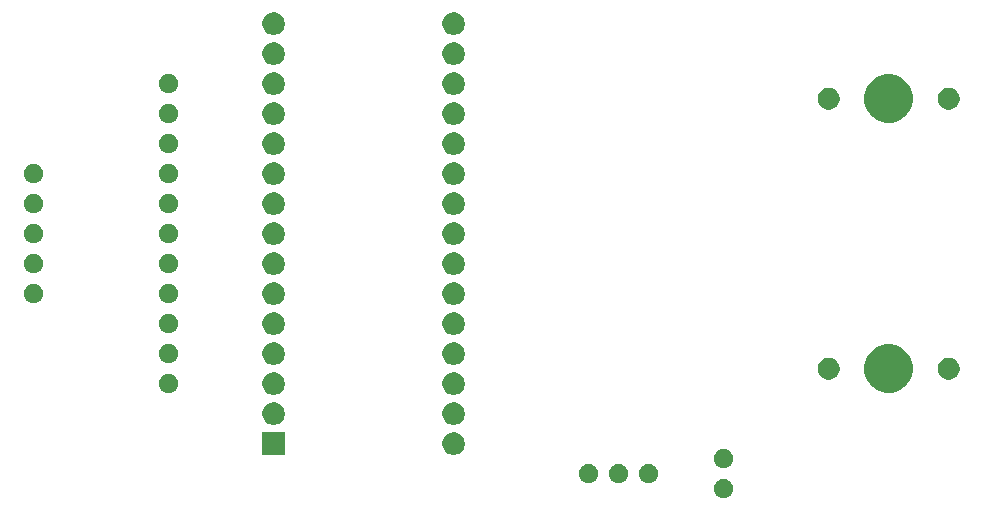
<source format=gts>
G04 #@! TF.GenerationSoftware,KiCad,Pcbnew,(5.1.5)-3*
G04 #@! TF.CreationDate,2020-05-07T09:23:51-07:00*
G04 #@! TF.ProjectId,Pcb,5063622e-6b69-4636-9164-5f7063625858,rev?*
G04 #@! TF.SameCoordinates,Original*
G04 #@! TF.FileFunction,Soldermask,Top*
G04 #@! TF.FilePolarity,Negative*
%FSLAX46Y46*%
G04 Gerber Fmt 4.6, Leading zero omitted, Abs format (unit mm)*
G04 Created by KiCad (PCBNEW (5.1.5)-3) date 2020-05-07 09:23:51*
%MOMM*%
%LPD*%
G04 APERTURE LIST*
%ADD10C,0.100000*%
G04 APERTURE END LIST*
D10*
G36*
X120887086Y-77958435D02*
G01*
X121035003Y-78019704D01*
X121124163Y-78079279D01*
X121157184Y-78101343D01*
X121168134Y-78108660D01*
X121281340Y-78221866D01*
X121281342Y-78221869D01*
X121281343Y-78221870D01*
X121310721Y-78265837D01*
X121370296Y-78354997D01*
X121431565Y-78502914D01*
X121462800Y-78659946D01*
X121462800Y-78820054D01*
X121431565Y-78977086D01*
X121370296Y-79125003D01*
X121281340Y-79258134D01*
X121168134Y-79371340D01*
X121035003Y-79460296D01*
X120887086Y-79521565D01*
X120730054Y-79552800D01*
X120569946Y-79552800D01*
X120412914Y-79521565D01*
X120264997Y-79460296D01*
X120131866Y-79371340D01*
X120018660Y-79258134D01*
X119929704Y-79125003D01*
X119868435Y-78977086D01*
X119837200Y-78820054D01*
X119837200Y-78659946D01*
X119868435Y-78502914D01*
X119929704Y-78354997D01*
X119989279Y-78265837D01*
X120018657Y-78221870D01*
X120018658Y-78221869D01*
X120018660Y-78221866D01*
X120131866Y-78108660D01*
X120142817Y-78101343D01*
X120175837Y-78079279D01*
X120264997Y-78019704D01*
X120412914Y-77958435D01*
X120569946Y-77927200D01*
X120730054Y-77927200D01*
X120887086Y-77958435D01*
G37*
G36*
X114537086Y-76688435D02*
G01*
X114685003Y-76749704D01*
X114774163Y-76809279D01*
X114807184Y-76831343D01*
X114818134Y-76838660D01*
X114931340Y-76951866D01*
X114931342Y-76951869D01*
X114931343Y-76951870D01*
X114960721Y-76995837D01*
X115020296Y-77084997D01*
X115081565Y-77232914D01*
X115112800Y-77389946D01*
X115112800Y-77550054D01*
X115081565Y-77707086D01*
X115020296Y-77855003D01*
X114972055Y-77927200D01*
X114951185Y-77958435D01*
X114931340Y-77988134D01*
X114818134Y-78101340D01*
X114818131Y-78101342D01*
X114818130Y-78101343D01*
X114807179Y-78108660D01*
X114685003Y-78190296D01*
X114537086Y-78251565D01*
X114380054Y-78282800D01*
X114219946Y-78282800D01*
X114062914Y-78251565D01*
X113914997Y-78190296D01*
X113792821Y-78108660D01*
X113781870Y-78101343D01*
X113781869Y-78101342D01*
X113781866Y-78101340D01*
X113668660Y-77988134D01*
X113648816Y-77958435D01*
X113627945Y-77927200D01*
X113579704Y-77855003D01*
X113518435Y-77707086D01*
X113487200Y-77550054D01*
X113487200Y-77389946D01*
X113518435Y-77232914D01*
X113579704Y-77084997D01*
X113639279Y-76995837D01*
X113668657Y-76951870D01*
X113668658Y-76951869D01*
X113668660Y-76951866D01*
X113781866Y-76838660D01*
X113792817Y-76831343D01*
X113825837Y-76809279D01*
X113914997Y-76749704D01*
X114062914Y-76688435D01*
X114219946Y-76657200D01*
X114380054Y-76657200D01*
X114537086Y-76688435D01*
G37*
G36*
X111997086Y-76688435D02*
G01*
X112145003Y-76749704D01*
X112234163Y-76809279D01*
X112267184Y-76831343D01*
X112278134Y-76838660D01*
X112391340Y-76951866D01*
X112391342Y-76951869D01*
X112391343Y-76951870D01*
X112420721Y-76995837D01*
X112480296Y-77084997D01*
X112541565Y-77232914D01*
X112572800Y-77389946D01*
X112572800Y-77550054D01*
X112541565Y-77707086D01*
X112480296Y-77855003D01*
X112432055Y-77927200D01*
X112411185Y-77958435D01*
X112391340Y-77988134D01*
X112278134Y-78101340D01*
X112278131Y-78101342D01*
X112278130Y-78101343D01*
X112267179Y-78108660D01*
X112145003Y-78190296D01*
X111997086Y-78251565D01*
X111840054Y-78282800D01*
X111679946Y-78282800D01*
X111522914Y-78251565D01*
X111374997Y-78190296D01*
X111252821Y-78108660D01*
X111241870Y-78101343D01*
X111241869Y-78101342D01*
X111241866Y-78101340D01*
X111128660Y-77988134D01*
X111108816Y-77958435D01*
X111087945Y-77927200D01*
X111039704Y-77855003D01*
X110978435Y-77707086D01*
X110947200Y-77550054D01*
X110947200Y-77389946D01*
X110978435Y-77232914D01*
X111039704Y-77084997D01*
X111099279Y-76995837D01*
X111128657Y-76951870D01*
X111128658Y-76951869D01*
X111128660Y-76951866D01*
X111241866Y-76838660D01*
X111252817Y-76831343D01*
X111285837Y-76809279D01*
X111374997Y-76749704D01*
X111522914Y-76688435D01*
X111679946Y-76657200D01*
X111840054Y-76657200D01*
X111997086Y-76688435D01*
G37*
G36*
X109457086Y-76688435D02*
G01*
X109605003Y-76749704D01*
X109694163Y-76809279D01*
X109727184Y-76831343D01*
X109738134Y-76838660D01*
X109851340Y-76951866D01*
X109851342Y-76951869D01*
X109851343Y-76951870D01*
X109880721Y-76995837D01*
X109940296Y-77084997D01*
X110001565Y-77232914D01*
X110032800Y-77389946D01*
X110032800Y-77550054D01*
X110001565Y-77707086D01*
X109940296Y-77855003D01*
X109892055Y-77927200D01*
X109871185Y-77958435D01*
X109851340Y-77988134D01*
X109738134Y-78101340D01*
X109738131Y-78101342D01*
X109738130Y-78101343D01*
X109727179Y-78108660D01*
X109605003Y-78190296D01*
X109457086Y-78251565D01*
X109300054Y-78282800D01*
X109139946Y-78282800D01*
X108982914Y-78251565D01*
X108834997Y-78190296D01*
X108712821Y-78108660D01*
X108701870Y-78101343D01*
X108701869Y-78101342D01*
X108701866Y-78101340D01*
X108588660Y-77988134D01*
X108568816Y-77958435D01*
X108547945Y-77927200D01*
X108499704Y-77855003D01*
X108438435Y-77707086D01*
X108407200Y-77550054D01*
X108407200Y-77389946D01*
X108438435Y-77232914D01*
X108499704Y-77084997D01*
X108559279Y-76995837D01*
X108588657Y-76951870D01*
X108588658Y-76951869D01*
X108588660Y-76951866D01*
X108701866Y-76838660D01*
X108712817Y-76831343D01*
X108745837Y-76809279D01*
X108834997Y-76749704D01*
X108982914Y-76688435D01*
X109139946Y-76657200D01*
X109300054Y-76657200D01*
X109457086Y-76688435D01*
G37*
G36*
X120887086Y-75418435D02*
G01*
X121035003Y-75479704D01*
X121168134Y-75568660D01*
X121281340Y-75681866D01*
X121370296Y-75814997D01*
X121431565Y-75962914D01*
X121462800Y-76119946D01*
X121462800Y-76280054D01*
X121431565Y-76437086D01*
X121370296Y-76585003D01*
X121322055Y-76657200D01*
X121301185Y-76688435D01*
X121281340Y-76718134D01*
X121168134Y-76831340D01*
X121168131Y-76831342D01*
X121168130Y-76831343D01*
X121157179Y-76838660D01*
X121035003Y-76920296D01*
X120887086Y-76981565D01*
X120730054Y-77012800D01*
X120569946Y-77012800D01*
X120412914Y-76981565D01*
X120264997Y-76920296D01*
X120142821Y-76838660D01*
X120131870Y-76831343D01*
X120131869Y-76831342D01*
X120131866Y-76831340D01*
X120018660Y-76718134D01*
X119998816Y-76688435D01*
X119977945Y-76657200D01*
X119929704Y-76585003D01*
X119868435Y-76437086D01*
X119837200Y-76280054D01*
X119837200Y-76119946D01*
X119868435Y-75962914D01*
X119929704Y-75814997D01*
X120018660Y-75681866D01*
X120131866Y-75568660D01*
X120264997Y-75479704D01*
X120412914Y-75418435D01*
X120569946Y-75387200D01*
X120730054Y-75387200D01*
X120887086Y-75418435D01*
G37*
G36*
X83500800Y-75880800D02*
G01*
X81599200Y-75880800D01*
X81599200Y-73979200D01*
X83500800Y-73979200D01*
X83500800Y-75880800D01*
G37*
G36*
X98067338Y-74015738D02*
G01*
X98240373Y-74087412D01*
X98396100Y-74191465D01*
X98528535Y-74323900D01*
X98632588Y-74479627D01*
X98704262Y-74652662D01*
X98740800Y-74836354D01*
X98740800Y-75023646D01*
X98704262Y-75207338D01*
X98632588Y-75380373D01*
X98528535Y-75536100D01*
X98396100Y-75668535D01*
X98240373Y-75772588D01*
X98067338Y-75844262D01*
X97883646Y-75880800D01*
X97696354Y-75880800D01*
X97512662Y-75844262D01*
X97339627Y-75772588D01*
X97183900Y-75668535D01*
X97051465Y-75536100D01*
X96947412Y-75380373D01*
X96875738Y-75207338D01*
X96839200Y-75023646D01*
X96839200Y-74836354D01*
X96875738Y-74652662D01*
X96947412Y-74479627D01*
X97051465Y-74323900D01*
X97183900Y-74191465D01*
X97339627Y-74087412D01*
X97512662Y-74015738D01*
X97696354Y-73979200D01*
X97883646Y-73979200D01*
X98067338Y-74015738D01*
G37*
G36*
X98067338Y-71475738D02*
G01*
X98240373Y-71547412D01*
X98396100Y-71651465D01*
X98528535Y-71783900D01*
X98632588Y-71939627D01*
X98704262Y-72112662D01*
X98740800Y-72296354D01*
X98740800Y-72483646D01*
X98704262Y-72667338D01*
X98632588Y-72840373D01*
X98528535Y-72996100D01*
X98396100Y-73128535D01*
X98240373Y-73232588D01*
X98067338Y-73304262D01*
X97883646Y-73340800D01*
X97696354Y-73340800D01*
X97512662Y-73304262D01*
X97339627Y-73232588D01*
X97183900Y-73128535D01*
X97051465Y-72996100D01*
X96947412Y-72840373D01*
X96875738Y-72667338D01*
X96839200Y-72483646D01*
X96839200Y-72296354D01*
X96875738Y-72112662D01*
X96947412Y-71939627D01*
X97051465Y-71783900D01*
X97183900Y-71651465D01*
X97339627Y-71547412D01*
X97512662Y-71475738D01*
X97696354Y-71439200D01*
X97883646Y-71439200D01*
X98067338Y-71475738D01*
G37*
G36*
X82827338Y-71475738D02*
G01*
X83000373Y-71547412D01*
X83156100Y-71651465D01*
X83288535Y-71783900D01*
X83392588Y-71939627D01*
X83464262Y-72112662D01*
X83500800Y-72296354D01*
X83500800Y-72483646D01*
X83464262Y-72667338D01*
X83392588Y-72840373D01*
X83288535Y-72996100D01*
X83156100Y-73128535D01*
X83000373Y-73232588D01*
X82827338Y-73304262D01*
X82643646Y-73340800D01*
X82456354Y-73340800D01*
X82272662Y-73304262D01*
X82099627Y-73232588D01*
X81943900Y-73128535D01*
X81811465Y-72996100D01*
X81707412Y-72840373D01*
X81635738Y-72667338D01*
X81599200Y-72483646D01*
X81599200Y-72296354D01*
X81635738Y-72112662D01*
X81707412Y-71939627D01*
X81811465Y-71783900D01*
X81943900Y-71651465D01*
X82099627Y-71547412D01*
X82272662Y-71475738D01*
X82456354Y-71439200D01*
X82643646Y-71439200D01*
X82827338Y-71475738D01*
G37*
G36*
X98067338Y-68935738D02*
G01*
X98240373Y-69007412D01*
X98396100Y-69111465D01*
X98528535Y-69243900D01*
X98632588Y-69399627D01*
X98704262Y-69572662D01*
X98740800Y-69756354D01*
X98740800Y-69943646D01*
X98704262Y-70127338D01*
X98632588Y-70300373D01*
X98528535Y-70456100D01*
X98396100Y-70588535D01*
X98240373Y-70692588D01*
X98067338Y-70764262D01*
X97883646Y-70800800D01*
X97696354Y-70800800D01*
X97512662Y-70764262D01*
X97339627Y-70692588D01*
X97183900Y-70588535D01*
X97051465Y-70456100D01*
X96947412Y-70300373D01*
X96875738Y-70127338D01*
X96839200Y-69943646D01*
X96839200Y-69756354D01*
X96875738Y-69572662D01*
X96947412Y-69399627D01*
X97051465Y-69243900D01*
X97183900Y-69111465D01*
X97339627Y-69007412D01*
X97512662Y-68935738D01*
X97696354Y-68899200D01*
X97883646Y-68899200D01*
X98067338Y-68935738D01*
G37*
G36*
X82827338Y-68935738D02*
G01*
X83000373Y-69007412D01*
X83156100Y-69111465D01*
X83288535Y-69243900D01*
X83392588Y-69399627D01*
X83464262Y-69572662D01*
X83500800Y-69756354D01*
X83500800Y-69943646D01*
X83464262Y-70127338D01*
X83392588Y-70300373D01*
X83288535Y-70456100D01*
X83156100Y-70588535D01*
X83000373Y-70692588D01*
X82827338Y-70764262D01*
X82643646Y-70800800D01*
X82456354Y-70800800D01*
X82272662Y-70764262D01*
X82099627Y-70692588D01*
X81943900Y-70588535D01*
X81811465Y-70456100D01*
X81707412Y-70300373D01*
X81635738Y-70127338D01*
X81599200Y-69943646D01*
X81599200Y-69756354D01*
X81635738Y-69572662D01*
X81707412Y-69399627D01*
X81811465Y-69243900D01*
X81943900Y-69111465D01*
X82099627Y-69007412D01*
X82272662Y-68935738D01*
X82456354Y-68899200D01*
X82643646Y-68899200D01*
X82827338Y-68935738D01*
G37*
G36*
X73897086Y-69068435D02*
G01*
X74045003Y-69129704D01*
X74178134Y-69218660D01*
X74291340Y-69331866D01*
X74380296Y-69464997D01*
X74441565Y-69612914D01*
X74472800Y-69769946D01*
X74472800Y-69930054D01*
X74441565Y-70087086D01*
X74380296Y-70235003D01*
X74291340Y-70368134D01*
X74178134Y-70481340D01*
X74045003Y-70570296D01*
X73897086Y-70631565D01*
X73740054Y-70662800D01*
X73579946Y-70662800D01*
X73422914Y-70631565D01*
X73274997Y-70570296D01*
X73141866Y-70481340D01*
X73028660Y-70368134D01*
X72939704Y-70235003D01*
X72878435Y-70087086D01*
X72847200Y-69930054D01*
X72847200Y-69769946D01*
X72878435Y-69612914D01*
X72939704Y-69464997D01*
X73028660Y-69331866D01*
X73141866Y-69218660D01*
X73274997Y-69129704D01*
X73422914Y-69068435D01*
X73579946Y-69037200D01*
X73740054Y-69037200D01*
X73897086Y-69068435D01*
G37*
G36*
X135216417Y-66613877D02*
G01*
X135588529Y-66768010D01*
X135923422Y-66991779D01*
X136208221Y-67276578D01*
X136431990Y-67611471D01*
X136586123Y-67983583D01*
X136664700Y-68378614D01*
X136664700Y-68781386D01*
X136586123Y-69176417D01*
X136431990Y-69548529D01*
X136208221Y-69883422D01*
X135923422Y-70168221D01*
X135588529Y-70391990D01*
X135216417Y-70546123D01*
X134821386Y-70624700D01*
X134418614Y-70624700D01*
X134023583Y-70546123D01*
X133651471Y-70391990D01*
X133316578Y-70168221D01*
X133031779Y-69883422D01*
X132808010Y-69548529D01*
X132653877Y-69176417D01*
X132575300Y-68781386D01*
X132575300Y-68378614D01*
X132653877Y-67983583D01*
X132808010Y-67611471D01*
X133031779Y-67276578D01*
X133316578Y-66991779D01*
X133651471Y-66768010D01*
X134023583Y-66613877D01*
X134418614Y-66535300D01*
X134821386Y-66535300D01*
X135216417Y-66613877D01*
G37*
G36*
X139970046Y-67689778D02*
G01*
X140138531Y-67759566D01*
X140290163Y-67860884D01*
X140419116Y-67989837D01*
X140520434Y-68141469D01*
X140569862Y-68260800D01*
X140590222Y-68309954D01*
X140625800Y-68488816D01*
X140625800Y-68671184D01*
X140603879Y-68781386D01*
X140590222Y-68850046D01*
X140520434Y-69018531D01*
X140419116Y-69170163D01*
X140290163Y-69299116D01*
X140138531Y-69400434D01*
X139982665Y-69464995D01*
X139970046Y-69470222D01*
X139791184Y-69505800D01*
X139608816Y-69505800D01*
X139429954Y-69470222D01*
X139417335Y-69464995D01*
X139261469Y-69400434D01*
X139109837Y-69299116D01*
X138980884Y-69170163D01*
X138879566Y-69018531D01*
X138809778Y-68850046D01*
X138796121Y-68781386D01*
X138774200Y-68671184D01*
X138774200Y-68488816D01*
X138809778Y-68309954D01*
X138830138Y-68260800D01*
X138879566Y-68141469D01*
X138980884Y-67989837D01*
X139109837Y-67860884D01*
X139261469Y-67759566D01*
X139429954Y-67689778D01*
X139608816Y-67654200D01*
X139791184Y-67654200D01*
X139970046Y-67689778D01*
G37*
G36*
X129810046Y-67689778D02*
G01*
X129978531Y-67759566D01*
X130130163Y-67860884D01*
X130259116Y-67989837D01*
X130360434Y-68141469D01*
X130409862Y-68260800D01*
X130430222Y-68309954D01*
X130465800Y-68488816D01*
X130465800Y-68671184D01*
X130443879Y-68781386D01*
X130430222Y-68850046D01*
X130360434Y-69018531D01*
X130259116Y-69170163D01*
X130130163Y-69299116D01*
X129978531Y-69400434D01*
X129822665Y-69464995D01*
X129810046Y-69470222D01*
X129631184Y-69505800D01*
X129448816Y-69505800D01*
X129269954Y-69470222D01*
X129257335Y-69464995D01*
X129101469Y-69400434D01*
X128949837Y-69299116D01*
X128820884Y-69170163D01*
X128719566Y-69018531D01*
X128649778Y-68850046D01*
X128636121Y-68781386D01*
X128614200Y-68671184D01*
X128614200Y-68488816D01*
X128649778Y-68309954D01*
X128670138Y-68260800D01*
X128719566Y-68141469D01*
X128820884Y-67989837D01*
X128949837Y-67860884D01*
X129101469Y-67759566D01*
X129269954Y-67689778D01*
X129448816Y-67654200D01*
X129631184Y-67654200D01*
X129810046Y-67689778D01*
G37*
G36*
X82827338Y-66395738D02*
G01*
X83000373Y-66467412D01*
X83156100Y-66571465D01*
X83288535Y-66703900D01*
X83392588Y-66859627D01*
X83464262Y-67032662D01*
X83500800Y-67216354D01*
X83500800Y-67403646D01*
X83464262Y-67587338D01*
X83392588Y-67760373D01*
X83288535Y-67916100D01*
X83156100Y-68048535D01*
X83000373Y-68152588D01*
X82827338Y-68224262D01*
X82643646Y-68260800D01*
X82456354Y-68260800D01*
X82272662Y-68224262D01*
X82099627Y-68152588D01*
X81943900Y-68048535D01*
X81811465Y-67916100D01*
X81707412Y-67760373D01*
X81635738Y-67587338D01*
X81599200Y-67403646D01*
X81599200Y-67216354D01*
X81635738Y-67032662D01*
X81707412Y-66859627D01*
X81811465Y-66703900D01*
X81943900Y-66571465D01*
X82099627Y-66467412D01*
X82272662Y-66395738D01*
X82456354Y-66359200D01*
X82643646Y-66359200D01*
X82827338Y-66395738D01*
G37*
G36*
X98067338Y-66395738D02*
G01*
X98240373Y-66467412D01*
X98396100Y-66571465D01*
X98528535Y-66703900D01*
X98632588Y-66859627D01*
X98704262Y-67032662D01*
X98740800Y-67216354D01*
X98740800Y-67403646D01*
X98704262Y-67587338D01*
X98632588Y-67760373D01*
X98528535Y-67916100D01*
X98396100Y-68048535D01*
X98240373Y-68152588D01*
X98067338Y-68224262D01*
X97883646Y-68260800D01*
X97696354Y-68260800D01*
X97512662Y-68224262D01*
X97339627Y-68152588D01*
X97183900Y-68048535D01*
X97051465Y-67916100D01*
X96947412Y-67760373D01*
X96875738Y-67587338D01*
X96839200Y-67403646D01*
X96839200Y-67216354D01*
X96875738Y-67032662D01*
X96947412Y-66859627D01*
X97051465Y-66703900D01*
X97183900Y-66571465D01*
X97339627Y-66467412D01*
X97512662Y-66395738D01*
X97696354Y-66359200D01*
X97883646Y-66359200D01*
X98067338Y-66395738D01*
G37*
G36*
X73897086Y-66528435D02*
G01*
X74045003Y-66589704D01*
X74178134Y-66678660D01*
X74291340Y-66791866D01*
X74380296Y-66924997D01*
X74441565Y-67072914D01*
X74472800Y-67229946D01*
X74472800Y-67390054D01*
X74441565Y-67547086D01*
X74380296Y-67695003D01*
X74291340Y-67828134D01*
X74178134Y-67941340D01*
X74045003Y-68030296D01*
X73897086Y-68091565D01*
X73740054Y-68122800D01*
X73579946Y-68122800D01*
X73422914Y-68091565D01*
X73274997Y-68030296D01*
X73141866Y-67941340D01*
X73028660Y-67828134D01*
X72939704Y-67695003D01*
X72878435Y-67547086D01*
X72847200Y-67390054D01*
X72847200Y-67229946D01*
X72878435Y-67072914D01*
X72939704Y-66924997D01*
X73028660Y-66791866D01*
X73141866Y-66678660D01*
X73274997Y-66589704D01*
X73422914Y-66528435D01*
X73579946Y-66497200D01*
X73740054Y-66497200D01*
X73897086Y-66528435D01*
G37*
G36*
X98067338Y-63855738D02*
G01*
X98240373Y-63927412D01*
X98396100Y-64031465D01*
X98528535Y-64163900D01*
X98632588Y-64319627D01*
X98704262Y-64492662D01*
X98740800Y-64676354D01*
X98740800Y-64863646D01*
X98704262Y-65047338D01*
X98632588Y-65220373D01*
X98528535Y-65376100D01*
X98396100Y-65508535D01*
X98240373Y-65612588D01*
X98067338Y-65684262D01*
X97883646Y-65720800D01*
X97696354Y-65720800D01*
X97512662Y-65684262D01*
X97339627Y-65612588D01*
X97183900Y-65508535D01*
X97051465Y-65376100D01*
X96947412Y-65220373D01*
X96875738Y-65047338D01*
X96839200Y-64863646D01*
X96839200Y-64676354D01*
X96875738Y-64492662D01*
X96947412Y-64319627D01*
X97051465Y-64163900D01*
X97183900Y-64031465D01*
X97339627Y-63927412D01*
X97512662Y-63855738D01*
X97696354Y-63819200D01*
X97883646Y-63819200D01*
X98067338Y-63855738D01*
G37*
G36*
X82827338Y-63855738D02*
G01*
X83000373Y-63927412D01*
X83156100Y-64031465D01*
X83288535Y-64163900D01*
X83392588Y-64319627D01*
X83464262Y-64492662D01*
X83500800Y-64676354D01*
X83500800Y-64863646D01*
X83464262Y-65047338D01*
X83392588Y-65220373D01*
X83288535Y-65376100D01*
X83156100Y-65508535D01*
X83000373Y-65612588D01*
X82827338Y-65684262D01*
X82643646Y-65720800D01*
X82456354Y-65720800D01*
X82272662Y-65684262D01*
X82099627Y-65612588D01*
X81943900Y-65508535D01*
X81811465Y-65376100D01*
X81707412Y-65220373D01*
X81635738Y-65047338D01*
X81599200Y-64863646D01*
X81599200Y-64676354D01*
X81635738Y-64492662D01*
X81707412Y-64319627D01*
X81811465Y-64163900D01*
X81943900Y-64031465D01*
X82099627Y-63927412D01*
X82272662Y-63855738D01*
X82456354Y-63819200D01*
X82643646Y-63819200D01*
X82827338Y-63855738D01*
G37*
G36*
X73897086Y-63988435D02*
G01*
X74045003Y-64049704D01*
X74178134Y-64138660D01*
X74291340Y-64251866D01*
X74380296Y-64384997D01*
X74441565Y-64532914D01*
X74472800Y-64689946D01*
X74472800Y-64850054D01*
X74441565Y-65007086D01*
X74380296Y-65155003D01*
X74291340Y-65288134D01*
X74178134Y-65401340D01*
X74045003Y-65490296D01*
X73897086Y-65551565D01*
X73740054Y-65582800D01*
X73579946Y-65582800D01*
X73422914Y-65551565D01*
X73274997Y-65490296D01*
X73141866Y-65401340D01*
X73028660Y-65288134D01*
X72939704Y-65155003D01*
X72878435Y-65007086D01*
X72847200Y-64850054D01*
X72847200Y-64689946D01*
X72878435Y-64532914D01*
X72939704Y-64384997D01*
X73028660Y-64251866D01*
X73141866Y-64138660D01*
X73274997Y-64049704D01*
X73422914Y-63988435D01*
X73579946Y-63957200D01*
X73740054Y-63957200D01*
X73897086Y-63988435D01*
G37*
G36*
X98067338Y-61315738D02*
G01*
X98240373Y-61387412D01*
X98396100Y-61491465D01*
X98528535Y-61623900D01*
X98632588Y-61779627D01*
X98704262Y-61952662D01*
X98740800Y-62136354D01*
X98740800Y-62323646D01*
X98704262Y-62507338D01*
X98632588Y-62680373D01*
X98528535Y-62836100D01*
X98396100Y-62968535D01*
X98240373Y-63072588D01*
X98067338Y-63144262D01*
X97883646Y-63180800D01*
X97696354Y-63180800D01*
X97512662Y-63144262D01*
X97339627Y-63072588D01*
X97183900Y-62968535D01*
X97051465Y-62836100D01*
X96947412Y-62680373D01*
X96875738Y-62507338D01*
X96839200Y-62323646D01*
X96839200Y-62136354D01*
X96875738Y-61952662D01*
X96947412Y-61779627D01*
X97051465Y-61623900D01*
X97183900Y-61491465D01*
X97339627Y-61387412D01*
X97512662Y-61315738D01*
X97696354Y-61279200D01*
X97883646Y-61279200D01*
X98067338Y-61315738D01*
G37*
G36*
X82827338Y-61315738D02*
G01*
X83000373Y-61387412D01*
X83156100Y-61491465D01*
X83288535Y-61623900D01*
X83392588Y-61779627D01*
X83464262Y-61952662D01*
X83500800Y-62136354D01*
X83500800Y-62323646D01*
X83464262Y-62507338D01*
X83392588Y-62680373D01*
X83288535Y-62836100D01*
X83156100Y-62968535D01*
X83000373Y-63072588D01*
X82827338Y-63144262D01*
X82643646Y-63180800D01*
X82456354Y-63180800D01*
X82272662Y-63144262D01*
X82099627Y-63072588D01*
X81943900Y-62968535D01*
X81811465Y-62836100D01*
X81707412Y-62680373D01*
X81635738Y-62507338D01*
X81599200Y-62323646D01*
X81599200Y-62136354D01*
X81635738Y-61952662D01*
X81707412Y-61779627D01*
X81811465Y-61623900D01*
X81943900Y-61491465D01*
X82099627Y-61387412D01*
X82272662Y-61315738D01*
X82456354Y-61279200D01*
X82643646Y-61279200D01*
X82827338Y-61315738D01*
G37*
G36*
X62467086Y-61448435D02*
G01*
X62615003Y-61509704D01*
X62748134Y-61598660D01*
X62861340Y-61711866D01*
X62950296Y-61844997D01*
X63011565Y-61992914D01*
X63042800Y-62149946D01*
X63042800Y-62310054D01*
X63011565Y-62467086D01*
X62950296Y-62615003D01*
X62861340Y-62748134D01*
X62748134Y-62861340D01*
X62615003Y-62950296D01*
X62467086Y-63011565D01*
X62310054Y-63042800D01*
X62149946Y-63042800D01*
X61992914Y-63011565D01*
X61844997Y-62950296D01*
X61711866Y-62861340D01*
X61598660Y-62748134D01*
X61509704Y-62615003D01*
X61448435Y-62467086D01*
X61417200Y-62310054D01*
X61417200Y-62149946D01*
X61448435Y-61992914D01*
X61509704Y-61844997D01*
X61598660Y-61711866D01*
X61711866Y-61598660D01*
X61844997Y-61509704D01*
X61992914Y-61448435D01*
X62149946Y-61417200D01*
X62310054Y-61417200D01*
X62467086Y-61448435D01*
G37*
G36*
X73897086Y-61448435D02*
G01*
X74045003Y-61509704D01*
X74178134Y-61598660D01*
X74291340Y-61711866D01*
X74380296Y-61844997D01*
X74441565Y-61992914D01*
X74472800Y-62149946D01*
X74472800Y-62310054D01*
X74441565Y-62467086D01*
X74380296Y-62615003D01*
X74291340Y-62748134D01*
X74178134Y-62861340D01*
X74045003Y-62950296D01*
X73897086Y-63011565D01*
X73740054Y-63042800D01*
X73579946Y-63042800D01*
X73422914Y-63011565D01*
X73274997Y-62950296D01*
X73141866Y-62861340D01*
X73028660Y-62748134D01*
X72939704Y-62615003D01*
X72878435Y-62467086D01*
X72847200Y-62310054D01*
X72847200Y-62149946D01*
X72878435Y-61992914D01*
X72939704Y-61844997D01*
X73028660Y-61711866D01*
X73141866Y-61598660D01*
X73274997Y-61509704D01*
X73422914Y-61448435D01*
X73579946Y-61417200D01*
X73740054Y-61417200D01*
X73897086Y-61448435D01*
G37*
G36*
X98067338Y-58775738D02*
G01*
X98240373Y-58847412D01*
X98396100Y-58951465D01*
X98528535Y-59083900D01*
X98632588Y-59239627D01*
X98704262Y-59412662D01*
X98740800Y-59596354D01*
X98740800Y-59783646D01*
X98704262Y-59967338D01*
X98632588Y-60140373D01*
X98528535Y-60296100D01*
X98396100Y-60428535D01*
X98240373Y-60532588D01*
X98067338Y-60604262D01*
X97883646Y-60640800D01*
X97696354Y-60640800D01*
X97512662Y-60604262D01*
X97339627Y-60532588D01*
X97183900Y-60428535D01*
X97051465Y-60296100D01*
X96947412Y-60140373D01*
X96875738Y-59967338D01*
X96839200Y-59783646D01*
X96839200Y-59596354D01*
X96875738Y-59412662D01*
X96947412Y-59239627D01*
X97051465Y-59083900D01*
X97183900Y-58951465D01*
X97339627Y-58847412D01*
X97512662Y-58775738D01*
X97696354Y-58739200D01*
X97883646Y-58739200D01*
X98067338Y-58775738D01*
G37*
G36*
X82827338Y-58775738D02*
G01*
X83000373Y-58847412D01*
X83156100Y-58951465D01*
X83288535Y-59083900D01*
X83392588Y-59239627D01*
X83464262Y-59412662D01*
X83500800Y-59596354D01*
X83500800Y-59783646D01*
X83464262Y-59967338D01*
X83392588Y-60140373D01*
X83288535Y-60296100D01*
X83156100Y-60428535D01*
X83000373Y-60532588D01*
X82827338Y-60604262D01*
X82643646Y-60640800D01*
X82456354Y-60640800D01*
X82272662Y-60604262D01*
X82099627Y-60532588D01*
X81943900Y-60428535D01*
X81811465Y-60296100D01*
X81707412Y-60140373D01*
X81635738Y-59967338D01*
X81599200Y-59783646D01*
X81599200Y-59596354D01*
X81635738Y-59412662D01*
X81707412Y-59239627D01*
X81811465Y-59083900D01*
X81943900Y-58951465D01*
X82099627Y-58847412D01*
X82272662Y-58775738D01*
X82456354Y-58739200D01*
X82643646Y-58739200D01*
X82827338Y-58775738D01*
G37*
G36*
X73897086Y-58908435D02*
G01*
X74045003Y-58969704D01*
X74178134Y-59058660D01*
X74291340Y-59171866D01*
X74380296Y-59304997D01*
X74441565Y-59452914D01*
X74472800Y-59609946D01*
X74472800Y-59770054D01*
X74441565Y-59927086D01*
X74380296Y-60075003D01*
X74291340Y-60208134D01*
X74178134Y-60321340D01*
X74045003Y-60410296D01*
X73897086Y-60471565D01*
X73740054Y-60502800D01*
X73579946Y-60502800D01*
X73422914Y-60471565D01*
X73274997Y-60410296D01*
X73141866Y-60321340D01*
X73028660Y-60208134D01*
X72939704Y-60075003D01*
X72878435Y-59927086D01*
X72847200Y-59770054D01*
X72847200Y-59609946D01*
X72878435Y-59452914D01*
X72939704Y-59304997D01*
X73028660Y-59171866D01*
X73141866Y-59058660D01*
X73274997Y-58969704D01*
X73422914Y-58908435D01*
X73579946Y-58877200D01*
X73740054Y-58877200D01*
X73897086Y-58908435D01*
G37*
G36*
X62467086Y-58908435D02*
G01*
X62615003Y-58969704D01*
X62748134Y-59058660D01*
X62861340Y-59171866D01*
X62950296Y-59304997D01*
X63011565Y-59452914D01*
X63042800Y-59609946D01*
X63042800Y-59770054D01*
X63011565Y-59927086D01*
X62950296Y-60075003D01*
X62861340Y-60208134D01*
X62748134Y-60321340D01*
X62615003Y-60410296D01*
X62467086Y-60471565D01*
X62310054Y-60502800D01*
X62149946Y-60502800D01*
X61992914Y-60471565D01*
X61844997Y-60410296D01*
X61711866Y-60321340D01*
X61598660Y-60208134D01*
X61509704Y-60075003D01*
X61448435Y-59927086D01*
X61417200Y-59770054D01*
X61417200Y-59609946D01*
X61448435Y-59452914D01*
X61509704Y-59304997D01*
X61598660Y-59171866D01*
X61711866Y-59058660D01*
X61844997Y-58969704D01*
X61992914Y-58908435D01*
X62149946Y-58877200D01*
X62310054Y-58877200D01*
X62467086Y-58908435D01*
G37*
G36*
X98067338Y-56235738D02*
G01*
X98240373Y-56307412D01*
X98396100Y-56411465D01*
X98528535Y-56543900D01*
X98632588Y-56699627D01*
X98704262Y-56872662D01*
X98740800Y-57056354D01*
X98740800Y-57243646D01*
X98704262Y-57427338D01*
X98632588Y-57600373D01*
X98528535Y-57756100D01*
X98396100Y-57888535D01*
X98240373Y-57992588D01*
X98067338Y-58064262D01*
X97883646Y-58100800D01*
X97696354Y-58100800D01*
X97512662Y-58064262D01*
X97339627Y-57992588D01*
X97183900Y-57888535D01*
X97051465Y-57756100D01*
X96947412Y-57600373D01*
X96875738Y-57427338D01*
X96839200Y-57243646D01*
X96839200Y-57056354D01*
X96875738Y-56872662D01*
X96947412Y-56699627D01*
X97051465Y-56543900D01*
X97183900Y-56411465D01*
X97339627Y-56307412D01*
X97512662Y-56235738D01*
X97696354Y-56199200D01*
X97883646Y-56199200D01*
X98067338Y-56235738D01*
G37*
G36*
X82827338Y-56235738D02*
G01*
X83000373Y-56307412D01*
X83156100Y-56411465D01*
X83288535Y-56543900D01*
X83392588Y-56699627D01*
X83464262Y-56872662D01*
X83500800Y-57056354D01*
X83500800Y-57243646D01*
X83464262Y-57427338D01*
X83392588Y-57600373D01*
X83288535Y-57756100D01*
X83156100Y-57888535D01*
X83000373Y-57992588D01*
X82827338Y-58064262D01*
X82643646Y-58100800D01*
X82456354Y-58100800D01*
X82272662Y-58064262D01*
X82099627Y-57992588D01*
X81943900Y-57888535D01*
X81811465Y-57756100D01*
X81707412Y-57600373D01*
X81635738Y-57427338D01*
X81599200Y-57243646D01*
X81599200Y-57056354D01*
X81635738Y-56872662D01*
X81707412Y-56699627D01*
X81811465Y-56543900D01*
X81943900Y-56411465D01*
X82099627Y-56307412D01*
X82272662Y-56235738D01*
X82456354Y-56199200D01*
X82643646Y-56199200D01*
X82827338Y-56235738D01*
G37*
G36*
X62467086Y-56368435D02*
G01*
X62615003Y-56429704D01*
X62748134Y-56518660D01*
X62861340Y-56631866D01*
X62950296Y-56764997D01*
X63011565Y-56912914D01*
X63042800Y-57069946D01*
X63042800Y-57230054D01*
X63011565Y-57387086D01*
X62950296Y-57535003D01*
X62861340Y-57668134D01*
X62748134Y-57781340D01*
X62615003Y-57870296D01*
X62467086Y-57931565D01*
X62310054Y-57962800D01*
X62149946Y-57962800D01*
X61992914Y-57931565D01*
X61844997Y-57870296D01*
X61711866Y-57781340D01*
X61598660Y-57668134D01*
X61509704Y-57535003D01*
X61448435Y-57387086D01*
X61417200Y-57230054D01*
X61417200Y-57069946D01*
X61448435Y-56912914D01*
X61509704Y-56764997D01*
X61598660Y-56631866D01*
X61711866Y-56518660D01*
X61844997Y-56429704D01*
X61992914Y-56368435D01*
X62149946Y-56337200D01*
X62310054Y-56337200D01*
X62467086Y-56368435D01*
G37*
G36*
X73897086Y-56368435D02*
G01*
X74045003Y-56429704D01*
X74178134Y-56518660D01*
X74291340Y-56631866D01*
X74380296Y-56764997D01*
X74441565Y-56912914D01*
X74472800Y-57069946D01*
X74472800Y-57230054D01*
X74441565Y-57387086D01*
X74380296Y-57535003D01*
X74291340Y-57668134D01*
X74178134Y-57781340D01*
X74045003Y-57870296D01*
X73897086Y-57931565D01*
X73740054Y-57962800D01*
X73579946Y-57962800D01*
X73422914Y-57931565D01*
X73274997Y-57870296D01*
X73141866Y-57781340D01*
X73028660Y-57668134D01*
X72939704Y-57535003D01*
X72878435Y-57387086D01*
X72847200Y-57230054D01*
X72847200Y-57069946D01*
X72878435Y-56912914D01*
X72939704Y-56764997D01*
X73028660Y-56631866D01*
X73141866Y-56518660D01*
X73274997Y-56429704D01*
X73422914Y-56368435D01*
X73579946Y-56337200D01*
X73740054Y-56337200D01*
X73897086Y-56368435D01*
G37*
G36*
X82827338Y-53695738D02*
G01*
X83000373Y-53767412D01*
X83156100Y-53871465D01*
X83288535Y-54003900D01*
X83392588Y-54159627D01*
X83464262Y-54332662D01*
X83500800Y-54516354D01*
X83500800Y-54703646D01*
X83464262Y-54887338D01*
X83392588Y-55060373D01*
X83288535Y-55216100D01*
X83156100Y-55348535D01*
X83000373Y-55452588D01*
X82827338Y-55524262D01*
X82643646Y-55560800D01*
X82456354Y-55560800D01*
X82272662Y-55524262D01*
X82099627Y-55452588D01*
X81943900Y-55348535D01*
X81811465Y-55216100D01*
X81707412Y-55060373D01*
X81635738Y-54887338D01*
X81599200Y-54703646D01*
X81599200Y-54516354D01*
X81635738Y-54332662D01*
X81707412Y-54159627D01*
X81811465Y-54003900D01*
X81943900Y-53871465D01*
X82099627Y-53767412D01*
X82272662Y-53695738D01*
X82456354Y-53659200D01*
X82643646Y-53659200D01*
X82827338Y-53695738D01*
G37*
G36*
X98067338Y-53695738D02*
G01*
X98240373Y-53767412D01*
X98396100Y-53871465D01*
X98528535Y-54003900D01*
X98632588Y-54159627D01*
X98704262Y-54332662D01*
X98740800Y-54516354D01*
X98740800Y-54703646D01*
X98704262Y-54887338D01*
X98632588Y-55060373D01*
X98528535Y-55216100D01*
X98396100Y-55348535D01*
X98240373Y-55452588D01*
X98067338Y-55524262D01*
X97883646Y-55560800D01*
X97696354Y-55560800D01*
X97512662Y-55524262D01*
X97339627Y-55452588D01*
X97183900Y-55348535D01*
X97051465Y-55216100D01*
X96947412Y-55060373D01*
X96875738Y-54887338D01*
X96839200Y-54703646D01*
X96839200Y-54516354D01*
X96875738Y-54332662D01*
X96947412Y-54159627D01*
X97051465Y-54003900D01*
X97183900Y-53871465D01*
X97339627Y-53767412D01*
X97512662Y-53695738D01*
X97696354Y-53659200D01*
X97883646Y-53659200D01*
X98067338Y-53695738D01*
G37*
G36*
X73897086Y-53828435D02*
G01*
X74045003Y-53889704D01*
X74178134Y-53978660D01*
X74291340Y-54091866D01*
X74380296Y-54224997D01*
X74441565Y-54372914D01*
X74472800Y-54529946D01*
X74472800Y-54690054D01*
X74441565Y-54847086D01*
X74380296Y-54995003D01*
X74291340Y-55128134D01*
X74178134Y-55241340D01*
X74045003Y-55330296D01*
X73897086Y-55391565D01*
X73740054Y-55422800D01*
X73579946Y-55422800D01*
X73422914Y-55391565D01*
X73274997Y-55330296D01*
X73141866Y-55241340D01*
X73028660Y-55128134D01*
X72939704Y-54995003D01*
X72878435Y-54847086D01*
X72847200Y-54690054D01*
X72847200Y-54529946D01*
X72878435Y-54372914D01*
X72939704Y-54224997D01*
X73028660Y-54091866D01*
X73141866Y-53978660D01*
X73274997Y-53889704D01*
X73422914Y-53828435D01*
X73579946Y-53797200D01*
X73740054Y-53797200D01*
X73897086Y-53828435D01*
G37*
G36*
X62467086Y-53828435D02*
G01*
X62615003Y-53889704D01*
X62748134Y-53978660D01*
X62861340Y-54091866D01*
X62950296Y-54224997D01*
X63011565Y-54372914D01*
X63042800Y-54529946D01*
X63042800Y-54690054D01*
X63011565Y-54847086D01*
X62950296Y-54995003D01*
X62861340Y-55128134D01*
X62748134Y-55241340D01*
X62615003Y-55330296D01*
X62467086Y-55391565D01*
X62310054Y-55422800D01*
X62149946Y-55422800D01*
X61992914Y-55391565D01*
X61844997Y-55330296D01*
X61711866Y-55241340D01*
X61598660Y-55128134D01*
X61509704Y-54995003D01*
X61448435Y-54847086D01*
X61417200Y-54690054D01*
X61417200Y-54529946D01*
X61448435Y-54372914D01*
X61509704Y-54224997D01*
X61598660Y-54091866D01*
X61711866Y-53978660D01*
X61844997Y-53889704D01*
X61992914Y-53828435D01*
X62149946Y-53797200D01*
X62310054Y-53797200D01*
X62467086Y-53828435D01*
G37*
G36*
X98067338Y-51155738D02*
G01*
X98240373Y-51227412D01*
X98396100Y-51331465D01*
X98528535Y-51463900D01*
X98632588Y-51619627D01*
X98704262Y-51792662D01*
X98740800Y-51976354D01*
X98740800Y-52163646D01*
X98704262Y-52347338D01*
X98632588Y-52520373D01*
X98528535Y-52676100D01*
X98396100Y-52808535D01*
X98240373Y-52912588D01*
X98067338Y-52984262D01*
X97883646Y-53020800D01*
X97696354Y-53020800D01*
X97512662Y-52984262D01*
X97339627Y-52912588D01*
X97183900Y-52808535D01*
X97051465Y-52676100D01*
X96947412Y-52520373D01*
X96875738Y-52347338D01*
X96839200Y-52163646D01*
X96839200Y-51976354D01*
X96875738Y-51792662D01*
X96947412Y-51619627D01*
X97051465Y-51463900D01*
X97183900Y-51331465D01*
X97339627Y-51227412D01*
X97512662Y-51155738D01*
X97696354Y-51119200D01*
X97883646Y-51119200D01*
X98067338Y-51155738D01*
G37*
G36*
X82827338Y-51155738D02*
G01*
X83000373Y-51227412D01*
X83156100Y-51331465D01*
X83288535Y-51463900D01*
X83392588Y-51619627D01*
X83464262Y-51792662D01*
X83500800Y-51976354D01*
X83500800Y-52163646D01*
X83464262Y-52347338D01*
X83392588Y-52520373D01*
X83288535Y-52676100D01*
X83156100Y-52808535D01*
X83000373Y-52912588D01*
X82827338Y-52984262D01*
X82643646Y-53020800D01*
X82456354Y-53020800D01*
X82272662Y-52984262D01*
X82099627Y-52912588D01*
X81943900Y-52808535D01*
X81811465Y-52676100D01*
X81707412Y-52520373D01*
X81635738Y-52347338D01*
X81599200Y-52163646D01*
X81599200Y-51976354D01*
X81635738Y-51792662D01*
X81707412Y-51619627D01*
X81811465Y-51463900D01*
X81943900Y-51331465D01*
X82099627Y-51227412D01*
X82272662Y-51155738D01*
X82456354Y-51119200D01*
X82643646Y-51119200D01*
X82827338Y-51155738D01*
G37*
G36*
X62467086Y-51288435D02*
G01*
X62615003Y-51349704D01*
X62748134Y-51438660D01*
X62861340Y-51551866D01*
X62950296Y-51684997D01*
X63011565Y-51832914D01*
X63042800Y-51989946D01*
X63042800Y-52150054D01*
X63011565Y-52307086D01*
X62950296Y-52455003D01*
X62861340Y-52588134D01*
X62748134Y-52701340D01*
X62615003Y-52790296D01*
X62467086Y-52851565D01*
X62310054Y-52882800D01*
X62149946Y-52882800D01*
X61992914Y-52851565D01*
X61844997Y-52790296D01*
X61711866Y-52701340D01*
X61598660Y-52588134D01*
X61509704Y-52455003D01*
X61448435Y-52307086D01*
X61417200Y-52150054D01*
X61417200Y-51989946D01*
X61448435Y-51832914D01*
X61509704Y-51684997D01*
X61598660Y-51551866D01*
X61711866Y-51438660D01*
X61844997Y-51349704D01*
X61992914Y-51288435D01*
X62149946Y-51257200D01*
X62310054Y-51257200D01*
X62467086Y-51288435D01*
G37*
G36*
X73897086Y-51288435D02*
G01*
X74045003Y-51349704D01*
X74178134Y-51438660D01*
X74291340Y-51551866D01*
X74380296Y-51684997D01*
X74441565Y-51832914D01*
X74472800Y-51989946D01*
X74472800Y-52150054D01*
X74441565Y-52307086D01*
X74380296Y-52455003D01*
X74291340Y-52588134D01*
X74178134Y-52701340D01*
X74045003Y-52790296D01*
X73897086Y-52851565D01*
X73740054Y-52882800D01*
X73579946Y-52882800D01*
X73422914Y-52851565D01*
X73274997Y-52790296D01*
X73141866Y-52701340D01*
X73028660Y-52588134D01*
X72939704Y-52455003D01*
X72878435Y-52307086D01*
X72847200Y-52150054D01*
X72847200Y-51989946D01*
X72878435Y-51832914D01*
X72939704Y-51684997D01*
X73028660Y-51551866D01*
X73141866Y-51438660D01*
X73274997Y-51349704D01*
X73422914Y-51288435D01*
X73579946Y-51257200D01*
X73740054Y-51257200D01*
X73897086Y-51288435D01*
G37*
G36*
X82827338Y-48615738D02*
G01*
X83000373Y-48687412D01*
X83156100Y-48791465D01*
X83288535Y-48923900D01*
X83392588Y-49079627D01*
X83464262Y-49252662D01*
X83500800Y-49436354D01*
X83500800Y-49623646D01*
X83464262Y-49807338D01*
X83392588Y-49980373D01*
X83288535Y-50136100D01*
X83156100Y-50268535D01*
X83000373Y-50372588D01*
X82827338Y-50444262D01*
X82643646Y-50480800D01*
X82456354Y-50480800D01*
X82272662Y-50444262D01*
X82099627Y-50372588D01*
X81943900Y-50268535D01*
X81811465Y-50136100D01*
X81707412Y-49980373D01*
X81635738Y-49807338D01*
X81599200Y-49623646D01*
X81599200Y-49436354D01*
X81635738Y-49252662D01*
X81707412Y-49079627D01*
X81811465Y-48923900D01*
X81943900Y-48791465D01*
X82099627Y-48687412D01*
X82272662Y-48615738D01*
X82456354Y-48579200D01*
X82643646Y-48579200D01*
X82827338Y-48615738D01*
G37*
G36*
X98067338Y-48615738D02*
G01*
X98240373Y-48687412D01*
X98396100Y-48791465D01*
X98528535Y-48923900D01*
X98632588Y-49079627D01*
X98704262Y-49252662D01*
X98740800Y-49436354D01*
X98740800Y-49623646D01*
X98704262Y-49807338D01*
X98632588Y-49980373D01*
X98528535Y-50136100D01*
X98396100Y-50268535D01*
X98240373Y-50372588D01*
X98067338Y-50444262D01*
X97883646Y-50480800D01*
X97696354Y-50480800D01*
X97512662Y-50444262D01*
X97339627Y-50372588D01*
X97183900Y-50268535D01*
X97051465Y-50136100D01*
X96947412Y-49980373D01*
X96875738Y-49807338D01*
X96839200Y-49623646D01*
X96839200Y-49436354D01*
X96875738Y-49252662D01*
X96947412Y-49079627D01*
X97051465Y-48923900D01*
X97183900Y-48791465D01*
X97339627Y-48687412D01*
X97512662Y-48615738D01*
X97696354Y-48579200D01*
X97883646Y-48579200D01*
X98067338Y-48615738D01*
G37*
G36*
X73897086Y-48748435D02*
G01*
X74045003Y-48809704D01*
X74178134Y-48898660D01*
X74291340Y-49011866D01*
X74380296Y-49144997D01*
X74441565Y-49292914D01*
X74472800Y-49449946D01*
X74472800Y-49610054D01*
X74441565Y-49767086D01*
X74380296Y-49915003D01*
X74291340Y-50048134D01*
X74178134Y-50161340D01*
X74045003Y-50250296D01*
X73897086Y-50311565D01*
X73740054Y-50342800D01*
X73579946Y-50342800D01*
X73422914Y-50311565D01*
X73274997Y-50250296D01*
X73141866Y-50161340D01*
X73028660Y-50048134D01*
X72939704Y-49915003D01*
X72878435Y-49767086D01*
X72847200Y-49610054D01*
X72847200Y-49449946D01*
X72878435Y-49292914D01*
X72939704Y-49144997D01*
X73028660Y-49011866D01*
X73141866Y-48898660D01*
X73274997Y-48809704D01*
X73422914Y-48748435D01*
X73579946Y-48717200D01*
X73740054Y-48717200D01*
X73897086Y-48748435D01*
G37*
G36*
X98067338Y-46075738D02*
G01*
X98240373Y-46147412D01*
X98396100Y-46251465D01*
X98528535Y-46383900D01*
X98632588Y-46539627D01*
X98704262Y-46712662D01*
X98740800Y-46896354D01*
X98740800Y-47083646D01*
X98704262Y-47267338D01*
X98632588Y-47440373D01*
X98528535Y-47596100D01*
X98396100Y-47728535D01*
X98240373Y-47832588D01*
X98067338Y-47904262D01*
X97883646Y-47940800D01*
X97696354Y-47940800D01*
X97512662Y-47904262D01*
X97339627Y-47832588D01*
X97183900Y-47728535D01*
X97051465Y-47596100D01*
X96947412Y-47440373D01*
X96875738Y-47267338D01*
X96839200Y-47083646D01*
X96839200Y-46896354D01*
X96875738Y-46712662D01*
X96947412Y-46539627D01*
X97051465Y-46383900D01*
X97183900Y-46251465D01*
X97339627Y-46147412D01*
X97512662Y-46075738D01*
X97696354Y-46039200D01*
X97883646Y-46039200D01*
X98067338Y-46075738D01*
G37*
G36*
X82827338Y-46075738D02*
G01*
X83000373Y-46147412D01*
X83156100Y-46251465D01*
X83288535Y-46383900D01*
X83392588Y-46539627D01*
X83464262Y-46712662D01*
X83500800Y-46896354D01*
X83500800Y-47083646D01*
X83464262Y-47267338D01*
X83392588Y-47440373D01*
X83288535Y-47596100D01*
X83156100Y-47728535D01*
X83000373Y-47832588D01*
X82827338Y-47904262D01*
X82643646Y-47940800D01*
X82456354Y-47940800D01*
X82272662Y-47904262D01*
X82099627Y-47832588D01*
X81943900Y-47728535D01*
X81811465Y-47596100D01*
X81707412Y-47440373D01*
X81635738Y-47267338D01*
X81599200Y-47083646D01*
X81599200Y-46896354D01*
X81635738Y-46712662D01*
X81707412Y-46539627D01*
X81811465Y-46383900D01*
X81943900Y-46251465D01*
X82099627Y-46147412D01*
X82272662Y-46075738D01*
X82456354Y-46039200D01*
X82643646Y-46039200D01*
X82827338Y-46075738D01*
G37*
G36*
X73897086Y-46208435D02*
G01*
X74045003Y-46269704D01*
X74178134Y-46358660D01*
X74291340Y-46471866D01*
X74380296Y-46604997D01*
X74441565Y-46752914D01*
X74472800Y-46909946D01*
X74472800Y-47070054D01*
X74441565Y-47227086D01*
X74380296Y-47375003D01*
X74291340Y-47508134D01*
X74178134Y-47621340D01*
X74045003Y-47710296D01*
X73897086Y-47771565D01*
X73740054Y-47802800D01*
X73579946Y-47802800D01*
X73422914Y-47771565D01*
X73274997Y-47710296D01*
X73141866Y-47621340D01*
X73028660Y-47508134D01*
X72939704Y-47375003D01*
X72878435Y-47227086D01*
X72847200Y-47070054D01*
X72847200Y-46909946D01*
X72878435Y-46752914D01*
X72939704Y-46604997D01*
X73028660Y-46471866D01*
X73141866Y-46358660D01*
X73274997Y-46269704D01*
X73422914Y-46208435D01*
X73579946Y-46177200D01*
X73740054Y-46177200D01*
X73897086Y-46208435D01*
G37*
G36*
X135216417Y-43753877D02*
G01*
X135588529Y-43908010D01*
X135923422Y-44131779D01*
X136208221Y-44416578D01*
X136431990Y-44751471D01*
X136586123Y-45123583D01*
X136664700Y-45518614D01*
X136664700Y-45921386D01*
X136586123Y-46316417D01*
X136431990Y-46688529D01*
X136208221Y-47023422D01*
X135923422Y-47308221D01*
X135588529Y-47531990D01*
X135216417Y-47686123D01*
X134821386Y-47764700D01*
X134418614Y-47764700D01*
X134023583Y-47686123D01*
X133651471Y-47531990D01*
X133316578Y-47308221D01*
X133031779Y-47023422D01*
X132808010Y-46688529D01*
X132653877Y-46316417D01*
X132575300Y-45921386D01*
X132575300Y-45518614D01*
X132653877Y-45123583D01*
X132808010Y-44751471D01*
X133031779Y-44416578D01*
X133316578Y-44131779D01*
X133651471Y-43908010D01*
X134023583Y-43753877D01*
X134418614Y-43675300D01*
X134821386Y-43675300D01*
X135216417Y-43753877D01*
G37*
G36*
X139970046Y-44829778D02*
G01*
X140138531Y-44899566D01*
X140290163Y-45000884D01*
X140419116Y-45129837D01*
X140520434Y-45281469D01*
X140569862Y-45400800D01*
X140590222Y-45449954D01*
X140625800Y-45628816D01*
X140625800Y-45811184D01*
X140603879Y-45921386D01*
X140590222Y-45990046D01*
X140520434Y-46158531D01*
X140419116Y-46310163D01*
X140290163Y-46439116D01*
X140138531Y-46540434D01*
X139982665Y-46604995D01*
X139970046Y-46610222D01*
X139791184Y-46645800D01*
X139608816Y-46645800D01*
X139429954Y-46610222D01*
X139417335Y-46604995D01*
X139261469Y-46540434D01*
X139109837Y-46439116D01*
X138980884Y-46310163D01*
X138879566Y-46158531D01*
X138809778Y-45990046D01*
X138796121Y-45921386D01*
X138774200Y-45811184D01*
X138774200Y-45628816D01*
X138809778Y-45449954D01*
X138830138Y-45400800D01*
X138879566Y-45281469D01*
X138980884Y-45129837D01*
X139109837Y-45000884D01*
X139261469Y-44899566D01*
X139429954Y-44829778D01*
X139608816Y-44794200D01*
X139791184Y-44794200D01*
X139970046Y-44829778D01*
G37*
G36*
X129810046Y-44829778D02*
G01*
X129978531Y-44899566D01*
X130130163Y-45000884D01*
X130259116Y-45129837D01*
X130360434Y-45281469D01*
X130409862Y-45400800D01*
X130430222Y-45449954D01*
X130465800Y-45628816D01*
X130465800Y-45811184D01*
X130443879Y-45921386D01*
X130430222Y-45990046D01*
X130360434Y-46158531D01*
X130259116Y-46310163D01*
X130130163Y-46439116D01*
X129978531Y-46540434D01*
X129822665Y-46604995D01*
X129810046Y-46610222D01*
X129631184Y-46645800D01*
X129448816Y-46645800D01*
X129269954Y-46610222D01*
X129257335Y-46604995D01*
X129101469Y-46540434D01*
X128949837Y-46439116D01*
X128820884Y-46310163D01*
X128719566Y-46158531D01*
X128649778Y-45990046D01*
X128636121Y-45921386D01*
X128614200Y-45811184D01*
X128614200Y-45628816D01*
X128649778Y-45449954D01*
X128670138Y-45400800D01*
X128719566Y-45281469D01*
X128820884Y-45129837D01*
X128949837Y-45000884D01*
X129101469Y-44899566D01*
X129269954Y-44829778D01*
X129448816Y-44794200D01*
X129631184Y-44794200D01*
X129810046Y-44829778D01*
G37*
G36*
X82827338Y-43535738D02*
G01*
X83000373Y-43607412D01*
X83156100Y-43711465D01*
X83288535Y-43843900D01*
X83392588Y-43999627D01*
X83464262Y-44172662D01*
X83500800Y-44356354D01*
X83500800Y-44543646D01*
X83464262Y-44727338D01*
X83392588Y-44900373D01*
X83288535Y-45056100D01*
X83156100Y-45188535D01*
X83000373Y-45292588D01*
X82827338Y-45364262D01*
X82643646Y-45400800D01*
X82456354Y-45400800D01*
X82272662Y-45364262D01*
X82099627Y-45292588D01*
X81943900Y-45188535D01*
X81811465Y-45056100D01*
X81707412Y-44900373D01*
X81635738Y-44727338D01*
X81599200Y-44543646D01*
X81599200Y-44356354D01*
X81635738Y-44172662D01*
X81707412Y-43999627D01*
X81811465Y-43843900D01*
X81943900Y-43711465D01*
X82099627Y-43607412D01*
X82272662Y-43535738D01*
X82456354Y-43499200D01*
X82643646Y-43499200D01*
X82827338Y-43535738D01*
G37*
G36*
X98067338Y-43535738D02*
G01*
X98240373Y-43607412D01*
X98396100Y-43711465D01*
X98528535Y-43843900D01*
X98632588Y-43999627D01*
X98704262Y-44172662D01*
X98740800Y-44356354D01*
X98740800Y-44543646D01*
X98704262Y-44727338D01*
X98632588Y-44900373D01*
X98528535Y-45056100D01*
X98396100Y-45188535D01*
X98240373Y-45292588D01*
X98067338Y-45364262D01*
X97883646Y-45400800D01*
X97696354Y-45400800D01*
X97512662Y-45364262D01*
X97339627Y-45292588D01*
X97183900Y-45188535D01*
X97051465Y-45056100D01*
X96947412Y-44900373D01*
X96875738Y-44727338D01*
X96839200Y-44543646D01*
X96839200Y-44356354D01*
X96875738Y-44172662D01*
X96947412Y-43999627D01*
X97051465Y-43843900D01*
X97183900Y-43711465D01*
X97339627Y-43607412D01*
X97512662Y-43535738D01*
X97696354Y-43499200D01*
X97883646Y-43499200D01*
X98067338Y-43535738D01*
G37*
G36*
X73897086Y-43668435D02*
G01*
X74045003Y-43729704D01*
X74178134Y-43818660D01*
X74291340Y-43931866D01*
X74380296Y-44064997D01*
X74441565Y-44212914D01*
X74472800Y-44369946D01*
X74472800Y-44530054D01*
X74441565Y-44687086D01*
X74380296Y-44835003D01*
X74291340Y-44968134D01*
X74178134Y-45081340D01*
X74045003Y-45170296D01*
X73897086Y-45231565D01*
X73740054Y-45262800D01*
X73579946Y-45262800D01*
X73422914Y-45231565D01*
X73274997Y-45170296D01*
X73141866Y-45081340D01*
X73028660Y-44968134D01*
X72939704Y-44835003D01*
X72878435Y-44687086D01*
X72847200Y-44530054D01*
X72847200Y-44369946D01*
X72878435Y-44212914D01*
X72939704Y-44064997D01*
X73028660Y-43931866D01*
X73141866Y-43818660D01*
X73274997Y-43729704D01*
X73422914Y-43668435D01*
X73579946Y-43637200D01*
X73740054Y-43637200D01*
X73897086Y-43668435D01*
G37*
G36*
X82827338Y-40995738D02*
G01*
X83000373Y-41067412D01*
X83156100Y-41171465D01*
X83288535Y-41303900D01*
X83392588Y-41459627D01*
X83464262Y-41632662D01*
X83500800Y-41816354D01*
X83500800Y-42003646D01*
X83464262Y-42187338D01*
X83392588Y-42360373D01*
X83288535Y-42516100D01*
X83156100Y-42648535D01*
X83000373Y-42752588D01*
X82827338Y-42824262D01*
X82643646Y-42860800D01*
X82456354Y-42860800D01*
X82272662Y-42824262D01*
X82099627Y-42752588D01*
X81943900Y-42648535D01*
X81811465Y-42516100D01*
X81707412Y-42360373D01*
X81635738Y-42187338D01*
X81599200Y-42003646D01*
X81599200Y-41816354D01*
X81635738Y-41632662D01*
X81707412Y-41459627D01*
X81811465Y-41303900D01*
X81943900Y-41171465D01*
X82099627Y-41067412D01*
X82272662Y-40995738D01*
X82456354Y-40959200D01*
X82643646Y-40959200D01*
X82827338Y-40995738D01*
G37*
G36*
X98067338Y-40995738D02*
G01*
X98240373Y-41067412D01*
X98396100Y-41171465D01*
X98528535Y-41303900D01*
X98632588Y-41459627D01*
X98704262Y-41632662D01*
X98740800Y-41816354D01*
X98740800Y-42003646D01*
X98704262Y-42187338D01*
X98632588Y-42360373D01*
X98528535Y-42516100D01*
X98396100Y-42648535D01*
X98240373Y-42752588D01*
X98067338Y-42824262D01*
X97883646Y-42860800D01*
X97696354Y-42860800D01*
X97512662Y-42824262D01*
X97339627Y-42752588D01*
X97183900Y-42648535D01*
X97051465Y-42516100D01*
X96947412Y-42360373D01*
X96875738Y-42187338D01*
X96839200Y-42003646D01*
X96839200Y-41816354D01*
X96875738Y-41632662D01*
X96947412Y-41459627D01*
X97051465Y-41303900D01*
X97183900Y-41171465D01*
X97339627Y-41067412D01*
X97512662Y-40995738D01*
X97696354Y-40959200D01*
X97883646Y-40959200D01*
X98067338Y-40995738D01*
G37*
G36*
X82827338Y-38455738D02*
G01*
X83000373Y-38527412D01*
X83156100Y-38631465D01*
X83288535Y-38763900D01*
X83392588Y-38919627D01*
X83464262Y-39092662D01*
X83500800Y-39276354D01*
X83500800Y-39463646D01*
X83464262Y-39647338D01*
X83392588Y-39820373D01*
X83288535Y-39976100D01*
X83156100Y-40108535D01*
X83000373Y-40212588D01*
X82827338Y-40284262D01*
X82643646Y-40320800D01*
X82456354Y-40320800D01*
X82272662Y-40284262D01*
X82099627Y-40212588D01*
X81943900Y-40108535D01*
X81811465Y-39976100D01*
X81707412Y-39820373D01*
X81635738Y-39647338D01*
X81599200Y-39463646D01*
X81599200Y-39276354D01*
X81635738Y-39092662D01*
X81707412Y-38919627D01*
X81811465Y-38763900D01*
X81943900Y-38631465D01*
X82099627Y-38527412D01*
X82272662Y-38455738D01*
X82456354Y-38419200D01*
X82643646Y-38419200D01*
X82827338Y-38455738D01*
G37*
G36*
X98067338Y-38455738D02*
G01*
X98240373Y-38527412D01*
X98396100Y-38631465D01*
X98528535Y-38763900D01*
X98632588Y-38919627D01*
X98704262Y-39092662D01*
X98740800Y-39276354D01*
X98740800Y-39463646D01*
X98704262Y-39647338D01*
X98632588Y-39820373D01*
X98528535Y-39976100D01*
X98396100Y-40108535D01*
X98240373Y-40212588D01*
X98067338Y-40284262D01*
X97883646Y-40320800D01*
X97696354Y-40320800D01*
X97512662Y-40284262D01*
X97339627Y-40212588D01*
X97183900Y-40108535D01*
X97051465Y-39976100D01*
X96947412Y-39820373D01*
X96875738Y-39647338D01*
X96839200Y-39463646D01*
X96839200Y-39276354D01*
X96875738Y-39092662D01*
X96947412Y-38919627D01*
X97051465Y-38763900D01*
X97183900Y-38631465D01*
X97339627Y-38527412D01*
X97512662Y-38455738D01*
X97696354Y-38419200D01*
X97883646Y-38419200D01*
X98067338Y-38455738D01*
G37*
M02*

</source>
